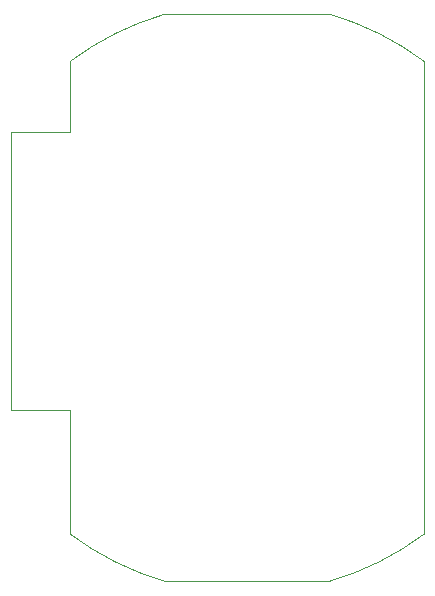
<source format=gbr>
G04 #@! TF.GenerationSoftware,KiCad,Pcbnew,5.0.0-fee4fd1~66~ubuntu16.04.1*
G04 #@! TF.CreationDate,2018-09-22T21:32:25+02:00*
G04 #@! TF.ProjectId,bus-module_atmega328,6275732D6D6F64756C655F61746D6567,B*
G04 #@! TF.SameCoordinates,Original*
G04 #@! TF.FileFunction,Profile,NP*
%FSLAX46Y46*%
G04 Gerber Fmt 4.6, Leading zero omitted, Abs format (unit mm)*
G04 Created by KiCad (PCBNEW 5.0.0-fee4fd1~66~ubuntu16.04.1) date Sat Sep 22 21:32:25 2018*
%MOMM*%
%LPD*%
G01*
G04 APERTURE LIST*
%ADD10C,0.100000*%
G04 APERTURE END LIST*
D10*
X107000000Y-124000000D02*
X93000000Y-124000000D01*
X85000000Y-120000000D02*
X85000000Y-109500000D01*
X85000000Y-80000000D02*
X85000000Y-86000000D01*
X92996322Y-123998927D02*
G75*
G02X85000000Y-120000000I7003678J23998927D01*
G01*
X115004226Y-119996830D02*
G75*
G02X107000000Y-124000000I-15004226J19996830D01*
G01*
X106993021Y-75997966D02*
G75*
G02X115000000Y-80000000I-6993021J-24002034D01*
G01*
X85001058Y-79999206D02*
G75*
G02X93000000Y-76000000I14998942J-20000794D01*
G01*
X93000000Y-76000000D02*
X107000000Y-76000000D01*
X115000000Y-80000000D02*
X115000000Y-120000000D01*
X80000000Y-109500000D02*
X85000000Y-109500000D01*
X80000000Y-86000000D02*
X80000000Y-109500000D01*
X85000000Y-86000000D02*
X80000000Y-86000000D01*
M02*

</source>
